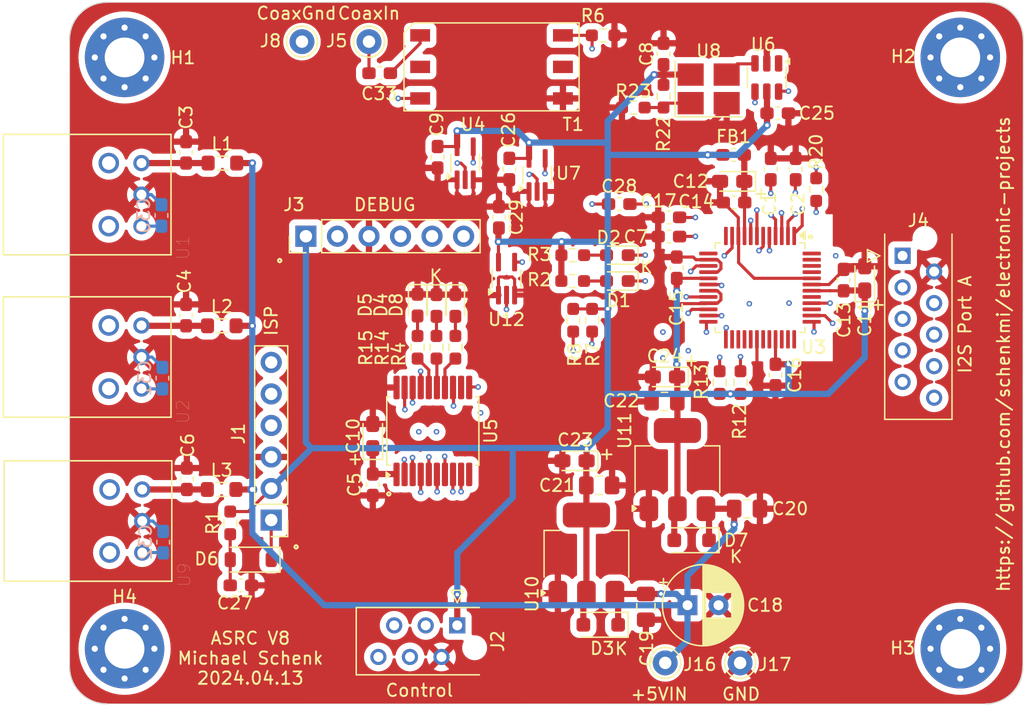
<source format=kicad_pcb>
(kicad_pcb (version 20240108) (generator "pcbnew") (generator_version "8.0")
  (layers (0 "F.Cu" mixed) (1 "In1.Cu" signal) (2 "In2.Cu" signal) (31 "B.Cu" mixed) (34 "B.Paste" user) (35 "F.Paste" user) (36 "B.SilkS" user "B.Silkscreen") (37 "F.SilkS" user "F.Silkscreen") (38 "B.Mask" user) (39 "F.Mask" user) (44 "Edge.Cuts" user))
  (net 0 "")
  (net 1 "Net-(U3A-RX2-)")
  (net 2 "GND")
  (net 3 "+3V3")
  (net 4 "Net-(U3A-RX1-)")
  (net 5 "Net-(U1-VCC)")
  (net 6 "Net-(U2-VCC)")
  (net 7 "Net-(U9-VCC)")
  (net 8 "SCL")
  (net 9 "SDA")
  (net 10 "+1V8")
  (net 11 "Net-(U3A-RX3-)")
  (net 12 "Net-(U3B-VCC)")
  (net 13 "Net-(U3A-RX4-)")
  (net 14 "RESET")
  (net 15 "Net-(D6-A)")
  (net 16 "Net-(U3A-RX4+)")
  (net 17 "BCKA")
  (net 18 "LRCKA")
  (net 19 "SDOUTA")
  (net 20 "MCLK1")
  (net 21 "MCLK3")
  (net 22 "Net-(U1-VOUT)")
  (net 23 "MCLK2")
  (net 24 "Net-(U2-VOUT)")
  (net 25 "Net-(U9-VOUT)")
  (net 26 "RC5")
  (net 27 "Net-(J5-Pin_1)")
  (net 28 "Net-(D1-K)")
  (net 29 "/RA4")
  (net 30 "/RA5")
  (net 31 "Net-(U5-RC1)")
  (net 32 "Net-(U5-RC0)")
  (net 33 "+5V")
  (net 34 "Net-(D1-A)")
  (net 35 "Net-(D2-K)")
  (net 36 "Net-(D2-A)")
  (net 37 "Net-(D4-A)")
  (net 38 "Net-(C28-Pad1)")
  (net 39 "Net-(D5-A)")
  (net 40 "Net-(C33-Pad2)")
  (net 41 "Net-(D6-K)")
  (net 42 "Net-(J1-Pin_5)")
  (net 43 "Net-(J1-Pin_4)")
  (net 45 "RC4{slash}SW")
  (net 46 "RC7{slash}CHB")
  (net 48 "RC6{slash}CHA")
  (net 49 "/RA2")
  (net 50 "Net-(J8-Pin_1)")
  (net 51 "Net-(D8-A)")
  (net 52 "Net-(U3A-CPM)")
  (net 53 "Net-(U3A-*INT)")
  (net 55 "Net-(U3A-MCLK)")
  (net 56 "Net-(U8-Standby)")
  (net 68 "Net-(U3A-RX1+)")
  (net 69 "Net-(U3A-RX2+)")
  (net 72 "Net-(U3A-RX3+)")
  (net 73 "Net-(U6-FIN)")
  (net 79 "Net-(U5-RC2)")
  (footprint "Capacitor_SMD:C_0603_1608Metric_Pad1.08x0.95mm_HandSolder" (layer "F.Cu") (at 165.7096 70.5877 -90)
    (property "Reference" "C1")
    (property "Value" "100nF")
  )
  (footprint "Capacitor_SMD:C_0603_1608Metric_Pad1.08x0.95mm_HandSolder" (layer "F.Cu") (at 118.618 69.2415 -90)
    (property "Reference" "C3")
    (property "Value" "100nF")
  )
  (footprint "Capacitor_SMD:C_0603_1608Metric_Pad1.08x0.95mm_HandSolder" (layer "F.Cu") (at 118.618 82.3479 -90)
    (property "Reference" "C4")
    (property "Value" "100nF")
  )
  (footprint "LED_SMD:LED_0603_1608Metric_Pad1.05x0.95mm_HandSolder" (layer "F.Cu") (at 153.3562 79.6036 180)
    (property "Reference" "D1")
    (property "Value" "LED")
  )
  (footprint "LED_SMD:LED_0603_1608Metric_Pad1.05x0.95mm_HandSolder" (layer "F.Cu") (at 153.3562 77.5208 180)
    (property "Reference" "D2")
    (property "Value" "LED")
  )
  (footprint "Resistor_SMD:R_0603_1608Metric_Pad0.98x0.95mm_HandSolder" (layer "F.Cu") (at 149.7565 79.6036)
    (property "Reference" "R2")
    (property "Value" "330R")
  )
  (footprint "Resistor_SMD:R_0603_1608Metric_Pad0.98x0.95mm_HandSolder" (layer "F.Cu") (at 149.7603 77.5208)
    (property "Reference" "R3")
    (property "Value" "330R")
  )
  (footprint "kicad-snk:PLR135-T10_PLT133-T10W" (layer "F.Cu") (at 112.395 85.725 90)
    (property "Reference" "U2")
    (property "Value" "PLR135-T10")
  )
  (footprint "Capacitor_SMD:C_0603_1608Metric_Pad1.08x0.95mm_HandSolder" (layer "F.Cu") (at 133.6548 96.0109 90)
    (property "Reference" "C5")
    (property "Value" "100nF")
  )
  (footprint "MountingHole:MountingHole_3.2mm_M3_Pad_Via" (layer "F.Cu") (at 113.665 61.595)
    (property "Reference" "H1")
    (property "Value" "MountingHole")
  )
  (footprint "Resistor_SMD:R_0603_1608Metric_Pad0.98x0.95mm_HandSolder" (layer "F.Cu") (at 151.3205 82.764 -90)
    (property "Reference" "R7")
    (property "Value" "4K99")
  )
  (footprint "Resistor_SMD:R_0603_1608Metric_Pad0.98x0.95mm_HandSolder" (layer "F.Cu") (at 149.7965 82.764 -90)
    (property "Reference" "R8")
    (property "Value" "4K99")
  )
  (footprint "Package_SO:SSOP-20_5.3x7.2mm_P0.65mm" (layer "F.Cu") (at 138.4935 91.6795 90)
    (property "Reference" "U5")
    (property "Value" "PIC16F18446-I/SS")
  )
  (footprint "Capacitor_Tantalum_SMD:CP_EIA-2012-12_Kemet-R_Pad1.30x1.05mm_HandSolder" (layer "F.Cu") (at 133.6548 92.0906 90)
    (property "Reference" "C10")
    (property "Value" "10uF")
  )
  (footprint "Capacitor_Tantalum_SMD:CP_EIA-2012-12_Kemet-R_Pad1.30x1.05mm_HandSolder" (layer "F.Cu") (at 173.2788 79.3906 90)
    (property "Reference" "C11")
    (property "Value" "10uF")
  )
  (footprint "Capacitor_Tantalum_SMD:CP_EIA-2012-12_Kemet-R_Pad1.30x1.05mm_HandSolder" (layer "F.Cu") (at 162.601 71.5772 180)
    (property "Reference" "C12")
    (property "Value" "10uF")
  )
  (footprint "Capacitor_SMD:C_0603_1608Metric_Pad1.08x0.95mm_HandSolder" (layer "F.Cu") (at 171.577 79.5285 -90)
    (property "Reference" "C13")
    (property "Value" "100nF")
  )
  (footprint "Capacitor_SMD:C_0603_1608Metric_Pad1.08x0.95mm_HandSolder" (layer "F.Cu") (at 158.1404 78.5357 -90)
    (property "Reference" "C15")
    (property "Value" "100nF")
  )
  (footprint "Connector_PinHeader_2.54mm:PinHeader_1x06_P2.54mm_Vertical" (layer "F.Cu") (at 125.476 98.8568 180)
    (property "Reference" "J1")
    (property "Value" "Conn_01x06_Male")
  )
  (footprint "Resistor_SMD:R_0603_1608Metric_Pad0.98x0.95mm_HandSolder" (layer "F.Cu") (at 163.2712 87.7805 -90)
    (property "Reference" "R12")
    (property "Value" "1k")
  )
  (footprint "Resistor_SMD:R_0603_1608Metric_Pad0.98x0.95mm_HandSolder" (layer "F.Cu") (at 161.5948 87.7805 -90)
    (property "Reference" "R13")
    (property "Value" "4k99")
  )
  (footprint "Crystal:Crystal_SMD_3225-4Pin_3.2x2.5mm_HandSoldering" (layer "F.Cu") (at 160.708 64.128)
    (property "Reference" "U8")
    (property "Value" "24.576MHz")
  )
  (footprint "Capacitor_SMD:C_0603_1608Metric_Pad1.08x0.95mm_HandSolder" (layer "F.Cu") (at 157.0736 61.3167 90)
    (property "Reference" "C8")
    (property "Value" "100nF")
  )
  (footprint "Resistor_SMD:R_0603_1608Metric_Pad0.98x0.95mm_HandSolder" (layer "F.Cu") (at 169.3672 72.2395 -90)
    (property "Reference" "R20")
    (property "Value" "33R")
  )
  (footprint "Resistor_SMD:R_0603_1608Metric_Pad0.98x0.95mm_HandSolder" (layer "F.Cu") (at 157.0736 64.7173 90)
    (property "Reference" "R22")
    (property "Value" "4K99")
  )
  (footprint "Resistor_SMD:R_0603_1608Metric_Pad0.98x0.95mm_HandSolder" (layer "F.Cu") (at 154.6371 65.6336)
    (property "Reference" "R23")
    (property "Value" "NC")
  )
  (footprint "Capacitor_THT:CP_Radial_D6.3mm_P2.50mm" (layer "F.Cu") (at 159.004 105.7148)
    (property "Reference" "C18")
    (property "Value" "220uF/10V")
  )
  (footprint "Capacitor_SMD:C_0805_2012Metric_Pad1.18x1.45mm_HandSolder" (layer "F.Cu") (at 155.6512 105.8457 -90)
    (property "Reference" "C19")
    (property "Value" "330nF")
  )
  (footprint "Capacitor_SMD:C_0805_2012Metric_Pad1.18x1.45mm_HandSolder" (layer "F.Cu") (at 163.8007 97.9424)
    (property "Reference" "C20")
    (property "Value" "330nF")
  )
  (footprint "Connector_Pin:Pin_D1.0mm_L10.0mm" (layer "F.Cu") (at 157.208996 110.361782)
    (property "Reference" "J16")
    (property "Value" "+5VIN")
  )
  (footprint "Package_TO_SOT_SMD:SOT-223-3_TabPin2" (layer "F.Cu") (at 158.1912 94.7924 90)
    (property "Reference" "U11")
    (property "Value" "TLV1117-18")
  )
  (footprint "Capacitor_SMD:C_0805_2012Metric_Pad1.18x1.45mm_HandSolder" (layer "F.Cu") (at 151.892 96.0628)
    (property "Reference" "C21")
    (property "Value" "100nF")
  )
  (footprint "Capacitor_SMD:C_0805_2012Metric_Pad1.18x1.45mm_HandSolder" (layer "F.Cu") (at 157.1459 89.3064 180)
    (property "Reference" "C22")
    (property "Value" "100nF")
  )
  (footprint "Capacitor_Tantalum_SMD:CP_EIA-2012-12_Kemet-R_Pad1.30x1.05mm_HandSolder" (layer "F.Cu") (at 149.901 94.0816 180)
    (property "Reference" "C23")
    (property "Value" "10uF")
  )
  (footprint "Capacitor_Tantalum_SMD:CP_EIA-2012-12_Kemet-R_Pad1.30x1.05mm_HandSolder" (layer "F.Cu") (at 157.185 87.3252 180)
    (property "Reference" "C24")
    (property "Value" "10uF/6.3V")
  )
  (footprint "Capacitor_SMD:C_0603_1608Metric_Pad1.08x0.95mm_HandSolder" (layer "F.Cu") (at 166.0906 87.1717 90)
    (property "Reference" "C16")
    (property "Value" "100nF")
  )
  (footprint "Package_QFP:TQFP-48_7x7mm_P0.5mm" (layer "F.Cu") (at 164.846 80.137 -90)
    (property "Reference" "U3")
    (property "Value" "SRC4382/SRC4392")
  )
  (footprint "Capacitor_SMD:C_0603_1608Metric_Pad1.08x0.95mm_HandSolder" (layer "F.Cu") (at 167.7162 70.5877 90)
    (property "Reference" "C2")
    (property "Value" "100nF")
  )
  (footprint "kicad-snk:PLR135-T10_PLT133-T10W" (layer "F.Cu") (at 112.395 72.644 90)
    (property "Reference" "U1")
    (property "Value" "PLR135-T10")
  )
  (footprint "MountingHole:MountingHole_3.2mm_M3_Pad_Via" (layer "F.Cu") (at 180.975 109.22)
    (property "Reference" "H3")
    (property "Value" "MountingHole")
  )
  (footprint "MountingHole:MountingHole_3.2mm_M3_Pad_Via" (layer "F.Cu") (at 180.975 61.595)
    (property "Reference" "H2")
    (property "Value" "MountingHole")
  )
  (footprint "Capacitor_SMD:C_0603_1608Metric_Pad1.08x0.95mm_HandSolder" (layer "F.Cu") (at 162.7505 73.279)
    (property "Reference" "C14")
    (property "Value" "100nF")
  )
  (footprint "Capacitor_SMD:C_0603_1608Metric_Pad1.08x0.95mm_HandSolder" (layer "F.Cu") (at 166.2684 66.0908 180)
    (property "Reference" "C25")
    (property "Value" "100nF")
  )
  (footprint "Package_TO_SOT_SMD:SOT-23-6" (layer "F.Cu") (at 165.3896 63.2128 -90)
    (property "Reference" "U6")
    (property "Value" "PL133-37TI-R")
  )
  (footprint "Capacitor_SMD:C_0603_1608Metric_Pad1.08x0.95mm_HandSolder" (layer "F.Cu") (at 138.8745 69.633 -90)
    (property "Reference" "C9")
    (property "Value" "100nF")
  )
  (footprint "Capacitor_SMD:C_0603_1608Metric_Pad1.08x0.95mm_HandSolder" (layer "F.Cu") (at 144.653 70.5855 -90)
    (property "Reference" "C26")
    (property "Value" "100nF")
  )
  (footprint "Package_TO_SOT_SMD:SOT-353_SC-70-5_Handsoldering" (layer "F.Cu") (at 141.097 70.1202 90)
    (property "Reference" "U4")
    (property "Value" "74LVC1G125")
  )
  (footprint "Package_TO_SOT_SMD:SOT-353_SC-70-5_Handsoldering" (layer "F.Cu") (at 146.8905 71.06 90)
    (property "Reference" "U7")
    (property "Value" "74LVC1G125")
  )
  (footprint "LED_SMD:LED_0603_1608Metric_Pad1.05x0.95mm_HandSolder" (layer "F.Cu") (at 138.7856 81.5734 -90)
    (property "Reference" "D4")
    (property "Value" "LED")
  )
  (footprint "LED_SMD:LED_0603_1608Metric_Pad1.05x0.95mm_HandSolder" (layer "F.Cu") (at 137.2616 81.5454 -90)
    (property "Reference" "D5")
    (property "Value" "LED")
  )
  (footprint "Resistor_SMD:R_0603_1608Metric_Pad0.98x0.95mm_HandSolder" (layer "F.Cu") (at 138.7856 84.9395 -90)
    (property "Reference" "R14")
    (property "Value" "330R")
  )
  (footprint "Resistor_SMD:R_0603_1608Metric_Pad0.98x0.95mm_HandSolder" (layer "F.Cu") (at 137.2616 84.9395 -90)
    (property "Reference" "R15")
    (property "Value" "330R")
  )
  (footprint "Capacitor_SMD:C_0603_1608Metric_Pad1.08x0.95mm_HandSolder" (layer "F.Cu") (at 162.7135 69.4436)
    (property "Reference" "FB1")
    (property "Value" "1k@100MHz")
  )
  (footprint "Inductor_SMD:L_0805_2012Metric_Pad1.05x1.20mm_HandSolder" (layer "F.Cu") (at 121.546 70.104)
    (property "Reference" "L1")
    (property "Value" "47uH")
  )
  (footprint "Inductor_SMD:L_0805_2012Metric_Pad1.05x1.20mm_HandSolder" (layer "F.Cu") (at 121.4952 83.2104)
    (property "Reference" "L2")
    (property "Value" "47uH")
  )
  (footprint "Capacitor_SMD:C_0603_1608Metric_Pad1.08x0.95mm_HandSolder" (layer "F.Cu") (at 123.0365 104.1146)
    (property "Reference" "C27")
    (property "Value" "10nF")
  )
  (footprint "Diode_SMD:D_SOD-123" (layer "F.Cu") (at 123.826 102.0445 180)
    (property "Reference" "D6")
    (property "Value" "1N4148W")
  )
  (footprint "Package_TO_SOT_SMD:SOT-223-3_TabPin2" (layer "F.Cu") (at 150.862 101.5996 90)
    (property "Reference" "U10")
    (property "Value" "TLV1117-33")
  )
  (footprint "Capacitor_SMD:C_0603_1608Metric_Pad1.08x0.95mm_HandSolder" (layer "F.Cu") (at 157.5043 76.0222)
    (property "Reference" "C7")
    (property "Value" "100nF")
  )
  (footprint "Capacitor_SMD:C_0603_1608Metric_Pad1.08x0.95mm_HandSolder" (layer "F.Cu") (at 157.5065 74.4728)
    (property "Reference" "C17")
    (property "Value" "100nF")
  )
  (footprint "Capacitor_SMD:C_0603_1608Metric_Pad1.08x0.95mm_HandSolder" (layer "F.Cu") (at 153.506 73.406)
    (property "Reference" "C28")
    (property "Value" "100nF")
  )
  (footprint "Connector_Pin:Pin_D1.0mm_L10.0mm" (layer "F.Cu") (at 133.35 60.325)
    (property "Reference" "J5")
    (property "Value" "COAXIN")
  )
  (footprint "Connector_Pin:Pin_D1.0mm_L10.0mm" (layer "F.Cu") (at 127.9525 60.325)
    (property "Reference" "J8")
    (property "Value" "COAXGND")
  )
  (footprint "Resistor_SMD:R_0603_1608Metric_Pad0.98x0.95mm_HandSolder" (layer "F.Cu") (at 152.2095 59.817 180)
    (property "Reference" "R6")
    (property "Value" "75R")
  )
  (footprint "Capacitor_SMD:C_0603_1608Metric_Pad1.08x0.95mm_HandSolder" (layer "F.Cu") (at 118.6815 95.5305 -90)
    (property "Reference" "C6")
    (property "Value" "100nF")
  )
  (footprint "Capacitor_SMD:C_0603_1608Metric_Pad1.08x0.95mm_HandSolder" (layer "F.Cu") (at 143.8148 74.4739 90)
    (property "Reference" "C29")
    (property "Value" "100nF")
  )
  (footprint "Inductor_SMD:L_0805_2012Metric_Pad1.05x1.20mm_HandSolder" (layer "F.Cu") (at 121.4825 96.393)
    (property "Reference" "L3")
    (property "Value" "47uH")
  )
  (footprint "kicad-snk:PLR135-T10_PLT133-T10W" (layer "F.Cu") (at 112.4585 98.933 90)
    (property "Reference" "U9")
    (property "Value" "PLR135-T10")
  )
  (footprint "Package_TO_SOT_SMD:SOT-353_SC-70-5_Handsoldering" (layer "F.Cu") (at 144.428001 79.4096 90)
    (property "Reference" "U12")
    (property "Value" "74LVC1G125")
  )
  (footprint "Resistor_SMD:R_0603_1608Metric_Pad0.98x0.95mm_HandSolder" (layer "F.Cu") (at 122.174 99.0835 -90)
    (property "Reference" "R1")
    (property "Value" "4k99")
  )
  (footprint "Connector_Pin:Pin_D1.0mm_L10.0mm" (layer "F.Cu") (at 163.241496 110.361782)
    (property "Reference" "J17")
    (property "Value" "GND")
  )
  (footprint "MountingHole:MountingHole_3.2mm_M3_Pad_Via" (layer "F.Cu") (at 113.665 109.22)
    (property "Reference" "H4")
    (property "Value" "MountingHole")
  )
  (footprint "kicad-snk:DA100J" (layer "F.Cu") (at 143.221 62.357 -90)
    (property "Reference" "T1")
    (property "Value" "Murata_DA103")
  )
  (footprint "Capacitor_SMD:C_0603_1608Metric_Pad1.08x0.95mm_HandSolder" (layer "F.Cu") (at 134.2125 62.865)
    (property "Reference" "C33")
    (property "Value" "100nF")
  )
  (footprint "LED_SMD:LED_0603_1608Metric_Pad1.05x0.95mm_HandSolder" (layer "F.Cu") (at 140.3096 81.5734 -90)
    (property "Reference" "D8")
    (property "Value" "LED")
  )
  (footprint "Diode_SMD:D_SOD-123F" (layer "F.Cu") (at 159.3372 100.4824 180)
    (property "Reference" "D7")
    (property "Value" "SM4002PL-TP")
  )
  (footprint "Connector_TE-Connectivity:TE_Micro-MaTch_1-215079-0_2x05_P1.27mm_Vertical" (layer "F.Cu") (at 176.3268 77.5716)
    (property "Reference" "J4")
    (property "Value" "TE MicroMatch")
  )
  (footprint "Connector_PinHeader_2.54mm:PinHeader_1x06_P2.54mm_Vertical" (layer "F.Cu") (at 128.27 75.9968 90)
    (property "Reference" "J3")
    (property "Value" "Conn_01x06_Male")
  )
  (footprint "Connector_TE-Connectivity:TE_Micro-MaTch_215079-6_2x03_P1.27mm_Vertical" (layer "F.Cu") (at 140.458476 107.3404 -90)
    (property "Reference" "J2")
    (property "Value" "TE MicroMatch")
  )
  (footprint "Resistor_SMD:R_0603_1608Metric_Pad0.98x0.95mm_HandSolder" (layer "F.Cu") (at 140.3096 84.9395 -90)
    (property "Reference" "R4")
    (property "Value" "330R")
  )
  (footprint "Diode_SMD:D_SOD-123F" (layer "F.Cu") (at 152.016 107.2896 180)
    (property "Reference" "D3")
    (property "Value" "SM4002PL-TP")
  )
  (footprint "Capacitor_SMD:C_0603_1608Metric_Pad1.08x0.95mm_HandSolder" (layer "B.Cu") (at 116.6368 74.3215 -90)
    (property "Reference" "C30")
    (property "Value" "30pF")
  )
  (footprint "Capacitor_SMD:C_0603_1608Metric_Pad1.08x0.95mm_HandSolder" (layer "B.Cu") (at 116.713 87.4279 -90)
    (property "Reference" "C31")
    (property "Value" "30pF")
  )
  (footprint "Capacitor_SMD:C_0603_1608Metric_Pad1.08x0.95mm_HandSolder" (layer "B.Cu") (at 116.7765 100.6359 -90)
    (property "Reference" "C32")
    (property "Value" "30pF")
  )
  (gr_line (start 109.23033 110.65467) (end 109.230326 60.160326) (stroke (width 0.05)) (layer "Edge.Cuts"))
  (gr_line (start 183.007 113.665) (end 112.23033 113.65467) (stroke (width 0.05)) (layer "Edge.Cuts"))
  (gr_line (start 186.04468 60.16032) (end 186.007 110.665) (stroke (width 0.05)) (layer "Edge.Cuts"))
  (gr_line (start 112.230326 57.160326) (end 183.04468 57.16032) (stroke (width 0.05)) (layer "Edge.Cuts"))
  (gr_arc (start 183.04468 57.16032) (mid 185.166006 58.038994) (end 186.04468 60.16032) (stroke (width 0.1)) (layer "Edge.Cuts"))
  (gr_arc (start 186.007 110.665) (mid 185.128326 112.786326) (end 183.007 113.665) (stroke (width 0.1)) (layer "Edge.Cuts"))
  (gr_arc (start 112.23033 113.65467) (mid 110.109004 112.775996) (end 109.23033 110.65467) (stroke (width 0.1)) (layer "Edge.Cuts"))
  (gr_arc (start 109.230326 60.160326) (mid 110.109 58.039) (end 112.230326 57.160326) (stroke (width 0.1)) (layer "Edge.Cuts"))
  (gr_text "I2S Port A" (at 181.356 83.1088 90) (layer "F.SilkS") (effects (font (size 1 1))))
  (gr_text "°" (at 168.91 76.454 0) (layer "F.SilkS") (effects (font (size 1 1))))
  (gr_text "K" (at 155.702 78.486 0) (layer "F.SilkS") (effects (font (size 1 1))))
  (gr_text "K" (at 138.7348 79.1972 0) (layer "F.SilkS") (effects (font (size 1 1))))
  (gr_text "Control" (at 137.414 112.5728 0) (layer "F.SilkS") (effects (font (size 1 1))))
  (gr_text "CoaxGnd" (at 127.508 58.039 0) (layer "F.SilkS") (effects (font (size 1 1))))
  (gr_text "CoaxIn" (at 133.35 58.039 0) (layer "F.SilkS") (effects (font (size 1 1))))
  (gr_text "+5VIN" (at 156.718 112.876572 0) (layer "F.SilkS") (effects (font (size 1 1))))
  (gr_text "ISP" (at 125.476 82.804 90) (layer "F.SilkS") (effects (font (size 1 1))))
  (gr_text "°" (at 134.4676 97.7392 0) (layer "F.SilkS") (effects (font (size 1 1)) (justify left bottom)))
  (gr_text "ASRC V8\nMichael Schenk\n2024.04.13" (at 123.7996 109.982 0) (layer "F.SilkS") (effects (font (size 1 1))))
  (gr_text "https://github.com/schenkmi/electronic-projects" (at 184.4548 85.4964 90) (layer "F.SilkS") (effects (font (size 1 1))))
  (gr_text "DEBUG" (at 134.62 73.4568 0) (layer "F.SilkS") (effects (font (size 1 1))))
  (gr_text "°" (at 127 102.0064 0) (layer "F.SilkS") (effects (font (size 1 1)) (justify left bottom)))
  (gr_text "+" (at 158.5976 86.5632 0) (layer "F.SilkS") (effects (font (size 1 1)) (justify left bottom)))
  (gr_text "+" (at 164.1856 73.1012 0) (layer "F.SilkS") (effects (font (size 1 1)) (justify left bottom)))
  (gr_text "K" (at 162.9156 101.8032 0) (layer "F.SilkS") (effects (font (size 1 1))))
  (gr_text "+" (at 173.6344 82.042 0) (layer "F.SilkS") (effects (font (size 1 1)) (justify left bottom)))
  (gr_text "K" (at 153.67 109.22 0) (layer "F.SilkS") (effects (font (size 1 1))))
  (gr_text "+" (at 131.5212 94.488 0) (layer "F.SilkS") (effects (font (size 1 1)) (justify left bottom)))
  (gr_text "GND" (at 163.322 112.876572 0) (layer "F.SilkS") (effects (font (size 1 1))))
  (gr_text "+" (at 151.786 94.0816 0) (layer "F.SilkS") (effects (font (size 1 1)) (justify left bottom)))
  (gr_text "°" (at 125.6792 78.9432 0) (layer "F.SilkS") (effects (font (size 1 1)) (justify left bottom)))
  (segment (start 166.096 75.787) (end 166.096 74.656) (width 0.25) (layer "F.Cu") (net 1))
  (segment (start 165.7096 72.5424) (end 165.7096 71.4502) (width 0.25) (layer "F.Cu") (net 1))
  (segment (start 166.096 74.656) (end 165.735 74.295) (width 0.25) (layer "F.Cu") (net 1))
  (via (at 165.735 74.295) (size 0.45) (drill 0.225) (layers "F.Cu" "B.Cu") (net 1))
  (via (at 165.7096 72.5424) (size 0.45) (drill 0.225) (layers "F.Cu" "B.Cu") (net 1))
  (segment (start 145.078001 79.466999) (end 144.888002 79.277) (width 0.25) (layer "F.Cu") (net 2))
  (segment (start 162.158 65.68) (end 159.8168 68.0212) (width 0.5) (layer "F.Cu") (net 2))
  (segment (start 160.6835 78.887) (end 161.420999 78.887) (width 0.25) (layer "F.Cu") (net 2))
  (segment (start 165.3896 59.5528) (end 165.4048 59.5376) (width 0.5) (layer "F.Cu") (net 2))
  (segment (start 161.888 73.279) (end 160.3502 73.279) (width 0.5) (layer "F.Cu") (net 2))
  (segment (start 161.696 78.164946) (end 161.418054 77.887) (width 0.25) (layer "F.Cu") (net 2))
  (segment (start 142.4756 80.7396) (end 142.4432 80.772) (width 0.5) (layer "F.Cu") (net 2))
  (segment (start 173.2788 78.4156) (end 173.2788 76.454) (width 0.5) (layer "F.Cu") (net 2))
  (segment (start 161.626 73.017) (end 161.888 73.279) (width 0.5) (layer "F.Cu") (net 2))
  (segment (start 140.447 71.4502) (end 140.447 72.4502) (width 0.25) (layer "F.Cu") (net 2))
  (segment (start 156.9124 81.4236) (end 156.8704 81.3816) (width 0.25) (layer "F.Cu") (net 2))
  (segment (start 161.418054 77.887) (end 160.6835 77.887) (width 0.25) (layer "F.Cu") (net 2))
  (segment (start 147.5405 72.39) (end 147.5405 74.0491) (width 0.25) (layer "F.Cu") (net 2))
  (segment (start 173.2788 76.454) (end 172.72 75.8952) (width 0.5) (layer "F.Cu") (net 2))
  (segment (start 160.4594 81.4236) (end 156.9124 81.4236) (width 0.25) (layer "F.Cu") (net 2))
  (segment (start 145.089802 80.3402) (end 145.078001 80.352001) (width 0.25) (layer "F.Cu") (net 2))
  (segment (start 159.470199 77.6732) (end 158.1404 77.6732) (width 0.25) (layer "F.Cu") (net 2))
  (segment (start 170.400802 79.887) (end 171.577 78.710802) (width 0.25) (layer "F.Cu") (net 2))
  (segment (start 161.696 81.111999) (end 161.696 80.664946) (width 0.25) (layer "F.Cu") (net 2))
  (segment (start 140.447 72.4502) (end 141.1488 73.152) (width 0.25) (layer "F.Cu") (net 2))
  (segment (start 141.1488 73.152) (end 141.7574 73.152) (width 0.25) (layer "F.Cu") (net 2))
  (segment (start 146.2405 72.39) (end 146.2405 73.39) (width 0.25) (layer "F.Cu") (net 2))
  (segment (start 173.2788 78.4156) (end 171.8274 78.4156) (width 0.5) (layer "F.Cu") (net 2))
  (segment (start 163.1188 75.8098) (end 163.096 75.787) (width 0.25) (layer "F.Cu") (net 2))
  (segment (start 141.747 73.1416) (end 141.7574 73.152) (width 0.25) (layer "F.Cu") (net 2))
  (segment (start 160.496 81.387) (end 160.484399 81.398601) (width 0.25) (layer "F.Cu") (net 2))
  (segment (start 165.3896 62.1128) (end 165.3896 59.5528) (width 0.5) (layer "F.Cu") (net 2))
  (segment (start 159.683999 77.887) (end 159.470199 77.6732) (width 0.25) (layer "F.Cu") (net 2))
  (segment (start 164.596 87.372) (end 164.5666 87.4014) (width 0.25) (layer "F.Cu") (net 2))
  (segment (start 164.3754 79.387) (end 163.1188 78.1304) (width 0.25) (layer "F.Cu") (net 2))
  (segment (start 160.496 81.387) (end 160.4594 81.4236) (width 0.25) (layer "F.Cu") (net 2))
  (segment (start 159.512 71.5772) (end 159.2072 71.2724) (width 0.5) (layer "F.Cu") (net 2))
  (segment (start 146.2405 73.39) (end 146.9042 74.0537) (width 0.25) (layer "F.Cu") (net 2))
  (segment (start 171.577 78.710802) (end 171.577 78.666) (width 0.25) (layer "F.Cu") (net 2))
  (segment (start 161.626 71.5772) (end 159.512 71.5772) (width 0.5) (layer "F.Cu") (net 2))
  (segment (start 147.5405 74.0491) (end 147.5359 74.0537) (width 0.25) (layer "F.Cu") (net 2))
  (segment (start 161.418054 80.387) (end 160.6835 80.387) (width 0.25) (layer "F.Cu") (net 2))
  (segment (start 160.496 81.387) (end 160.466232 81.416768) (width 0.25) (layer "F.Cu") (net 2))
  (segment (start 160.6835 77.887) (end 159.683999 77.887) (width 0.25) (layer "F.Cu") (net 2))
  (segment (start 161.420999 81.387) (end 161.696 81.111999) (width 0.25) (layer "F.Cu") (net 2))
  (segment (start 169.196 79.887) (end 170.400802 79.887) (width 0.25) (layer "F.Cu") (net 2))
  (segment (start 143.853002 79.277) (end 143.778001 79.352001) (width 0.25) (layer "F.Cu") (net 2))
  (segment (start 158.3542 77.887) (end 158.1404 77.6732) (width 0.25) (layer "F.Cu") (net 2))
  (segment (start 161.1938 78.887) (end 161.356002 78.887) (width 0.25) (layer "F.Cu") (net 2))
  (segment (start 163.096 75.787) (end 163.096 74.487) (width 0.25) (layer "F.Cu") (net 2))
  (segment (start 146.9042 74.0537) (end 147.5359 74.0537) (width 0.25) (layer "F.Cu") (net 2))
  (segment (start 143.778001 80.7396) (end 142.4756 80.7396) (width 0.5) (layer "F.Cu") (net 2))
  (segment (start 144.888002 79.277) (end 143.853002 79.277) (width 0.25) (layer "F.Cu") (net 2))
  (segment (start 143.778001 79.352001) (end 143.778001 80.352001) (width 0.25) (layer "F.Cu") (net 2))
  (segment (start 160.3502 73.279) (end 159.6644 72.5932) (width 0.5) (layer "F.Cu") (net 2))
  (segment (start 169.196 79.387) (end 164.3754 79.387) (width 0.25) (layer "F.Cu") (net 2))
  (segment (start 171.8274 78.4156) (end 171.577 78.666) (width 0.5) (layer "F.Cu") (net 2))
  (segment (start 161.696 78.611999) (end 161.696 78.164946) (width 0.25) (layer "F.Cu") (net 2))
  (segment (start 163.096 74.487) (end 161.888 73.279) (width 0.25) (layer "F.Cu") (net 2))
  (segment (start 161.696 80.664946) (end 161.418054 80.387) (width 0.25) (layer "F.Cu") (net 2))
  (segment (start 162.158 65.278) (end 162.158 65.68) (width 0.5) (layer "F.Cu") (net 2))
  (segment (start 163.1188 78.1304) (end 163.1188 75.8098) (width 0.25) (layer "F.Cu") (net 2))
  (segment (start 146.685 80.3402) (end 145.089802 80.3402) (width 0.25) (layer "F.Cu") (net 2))
  (segment (start 164.596 84.487) (end 164.596 87.372) (width 0.25) (layer "F.Cu") (net 2))
  (segment (start 160.6835 81.387) (end 161.420999 81.387) (width 0.25) (layer "F.Cu") (net 2))
  (segment (start 161.626 71.5772) (end 161.626 73.017) (width 0.5) (layer "F.Cu") (net 2))
  (segment (start 141.747 71.4502) (end 141.747 73.1416) (width 0.25) (layer "F.Cu") (net 2))
  (segment (start 145.078001 80.352001) (end 145.078001 79.466999) (width 0.25) (layer "F.Cu") (net 2))
  (segment (start 161.420999 78.887) (end 161.696 78.611999) (width 0.25) (layer "F.Cu") (net 2))
  (segment (start 115.025 85.725) (end 115.8726 85.725) (width 0.25) (layer "B.Cu") (net 2))
  (segment (start 115.8726 85.725) (end 116.713 86.5654) (width 0.25) (layer "B.Cu") (net 2))
  (segment (start 115.9361 98.933) (end 116.7765 99.7734) (width 0.25) (layer "B.Cu") (net 2))
  (segment (start 115.8218 72.644) (end 116.6368 73.459) (width 0.25) (layer "B.Cu") (net 2))
  (segment (start 115.0885 98.933) (end 115.9361 98.933) (width 0.25) (layer "B.Cu") (net 2))
  (segment (start 115.025 72.644) (end 115.8218 72.644) (width 0.25) (layer "B.Cu") (net 2))
  (segment (start 170.5015 80.387) (end 170.5142 80.387) (width 0.25) (layer "F.Cu") (net 3))
  (segment (start 170.5142 80.387) (end 171.573 80.387) (width 0.25) (layer "F.Cu") (net 3))
  (segment (start 165.4059 66.0908) (end 165.4059 64.3666) (width 0.5) (layer "F.Cu") (net 3))
  (segment (start 148.8478 76.4502) (end 148.858001 76.439999) (width 0.5) (layer "F.Cu") (net 3))
  (segment (start 151.3205 81.8515) (end 152.5675 81.8515) (width 0.25) (layer "F.Cu") (net 3))
  (segment (start 157.0736 62.992) (end 157.0736 63.8048) (width 0.5) (layer "F.Cu") (net 3))
  (segment (start 123.6218 98.171) (end 122.174 98.171) (width 0.25) (layer "F.Cu") (net 3))
  (segment (start 140.447 67.5155) (end 140.447 68.7902) (width 0.5) (layer "F.Cu") (net 3))
  (segment (start 146.2405 68.453) (end 146.2405 69.73) (width 0.5) (layer "F.Cu") (net 3))
  (segment (start 133.6548 95.1484) (end 135.4874 95.1484) (width 0.5) (layer "F.Cu") (net 3))
  (segment (start 171.6024 80.3656) (end 171.577 80.391) (width 0.5) (layer "F.Cu") (net 3))
  (segment (start 150.862 96.0703) (end 150.8545 96.0628) (width 0.5) (layer "F.Cu") (net 3))
  (segment (start 150.616 107.2896) (end 150.616 104.9956) (width 0.5) (layer "F.Cu") (net 3))
  (segment (start 157.0736 62.992) (end 156.3116 62.992) (width 0.5) (layer "F.Cu") (net 3))
  (segment (start 150.876 94.0816) (end 150.876 93.1164) (width 0.5) (layer "F.Cu") (net 3))
  (segment (start 134.6708 93.0656) (end 133.6548 93.0656) (width 0.5) (layer "F.Cu") (net 3))
  (segment (start 148.844 77.5246) (end 148.8478 77.5208) (width 0.5) (layer "F.Cu") (net 3))
  (segment (start 133.6548 95.1484) (end 133.6548 93.0656) (width 0.5) (layer "F.Cu") (net 3))
  (segment (start 140.4273 68.7705) (end 140.447 68.7902) (width 0.25) (layer "F.Cu") (net 3))
  (segment (start 157.0736 62.1792) (end 157.0736 62.992) (width 0.5) (layer "F.Cu") (net 3))
  (segment (start 143.778001 77.692001) (end 143.778001 76.439999) (width 0.25) (layer "F.Cu") (net 3))
  (segment (start 166.0906 86.3092) (end 166.0906 84.4924) (width 0.25) (layer "F.Cu") (net 3))
  (segment (start 149.7965 81.8515) (end 151.3205 81.8515) (width 0.25) (layer "F.Cu") (net 3))
  (segment (start 166.0906 84.4924) (end 166.096 84.487) (width 0.25) (layer "F.Cu") (net 3))
  (segment (start 166.0906 86.3092) (end 167.132 86.3092) (width 0.5) (layer "F.Cu") (net 3))
  (segment (start 140.44 68.7832) (end 140.447 68.7902) (width 0.25) (layer "F.Cu") (net 3))
  (segment (start 162.4622 88.693) (end 162.4584 88.6968) (width 0.5) (layer "F.Cu") (net 3))
  (segment (start 150.862 98.4496) (end 150.862 96.0703) (width 0.5) (layer "F.Cu") (net 3))
  (segment (start 150.8545 94.1031) (end 150.876 94.0816) (width 0.5) (layer "F.Cu") (net 3))
  (segment (start 171.573 80.387) (end 171.577 80.391) (width 0.25) (layer "F.Cu") (net 3))
  (segment (start 161.851 69.4436) (end 160.6296 69.4436) (width 0.5) (layer "F.Cu") (net 3))
  (segment (start 150.8545 96.0628) (end 150.8545 94.1031) (width 0.5) (layer "F.Cu") (net 3))
  (segment (start 150.862 104.7496) (end 150.862 98.4496) (width 0.5) (layer "F.Cu") (net 3))
  (segment (start 135.4874 95.1484) (end 135.5185 95.1795) (width 0.5) (layer "F.Cu") (net 3))
  (segment (start 150.616 104.9956) (end 150.862 104.7496) (width 0.5) (layer "F.Cu") (net 3))
  (segment (start 157.0876 62.978) (end 157.0736 62.992) (width 0.5) (layer "F.Cu") (net 3))
  (segment (start 165.4059 64.3666) (end 165.3896 64.3503) (width 0.5) (layer "F.Cu") (net 3))
  (segment (start 173.2788 80.3656) (end 171.6024 80.3656) (width 0.5) (layer "F.Cu") (net 3))
  (segment (start 169.196 80.387) (end 170.5015 80.387) (width 0.25) (layer "F.Cu") (net 3))
  (segment (start 143.778001 75.373199) (end 143.8148 75.3364) (width 0.5) (layer "F.Cu") (net 3))
  (segment (start 159.258 62.978) (end 157.0876 62.978) (width 0.5) (layer "F.Cu") (net 3))
  (segment (start 173.2788 82.0066) (end 173.2788 80.3656) (width 0.5) (layer "F.Cu") (net 3))
  (segment (start 165.4059 66.0908) (end 165.4059 67.0549) (width 0.5) (layer "F.Cu") (net 3))
  (segment (start 162.4546 88.693) (end 161.5948 88.693) (width 0.5) (layer "F.Cu") (net 3))
  (segment (start 148.844 79.6036) (end 148.844 77.5246) (width 0.5) (layer "F.Cu") (net 3))
  (segment (start 140.458476 104.854724) (end 140.462 104.8512) (width 0.5) (layer "F.Cu") (net 3))
  (segment (start 165.4059 67.0549) (end 165.4048 67.056) (width 0.5) (layer "F.Cu") (net 3))
  (segment (start 138.8745 68.7705) (end 140.4273 68.7705) (width 0.25) (layer "F.Cu") (net 3))
  (segment (start 162.4584 88.6968) (end 162.4546 88.693) (width 0.5) (layer "F.Cu") (net 3))
  (segment (start 125.476 96.3168) (end 123.6218 98.171) (width 0.25) (layer "F.Cu") (net 3))
  (segment (start 163.2712 88.693) (end 162.4622 88.693) (width 0.5) (layer "F.Cu") (net 3))
  (segment (start 152.5675 81.8515) (end 152.579 81.84) (width 0.25) (layer "F.Cu") (net 3))
  (segment (start 144.66 69.73) (end 144.653 69.723) (width 0.25) (layer "F.Cu") (net 3))
  (segment (start 140.458476 107.3404) (end 140.458476 104.854724) (width 0.5) (layer "F.Cu") (net 3))
  (segment (start 146.2405 69.73) (end 144.66 69.73) (width 0.25) (layer "F.Cu") (net 3))
  (segment (start 143.778001 76.439999) (end 143.778001 75.373199) (width 0.5) (layer "F.Cu") (net 3))
  (segment (start 148.8478 77.5208) (end 148.8478 76.4502) (width 0.5) (layer "F.Cu") (net 3))
  (via (at 173.2788 82.0066) (size 0.6) (drill 0.3) (layers "F.Cu" "B.Cu") (net 3))
  (via (at 134.6708 93.0656) (size 0.6) (drill 0.3) (layers "F.Cu" "B.Cu") (net 3))
  (via (at 156.3116 62.992) (size 0.6) (drill 0.3) (layers "F.Cu" "B.Cu") (net 3))
  (via (at 152.579 81.84) (size 0.6) (drill 0.3) (layers "F.Cu" "B.Cu") (net 3))
  (via (at 150.876 93.1164) (size 0.6) (drill 0.3) (layers "F.Cu" "B.Cu") (net 3))
  (via (at 146.2405 68.453) (size 0.6) (drill 0.3) (layers "F.Cu" "B.Cu") (net 3))
  (via (at 167.132 86.3092) (size 0.6) (drill 0.3) (layers "F.Cu" "B.Cu") (net 3))
  (via (at 160.6296 69.4436) (size 0.6) (drill 0.3) (layers "F.Cu" "B.Cu") (net 3))
  (via (at 140.447 67.5155) (size 0.6) (drill 0.3) (layers "F.Cu" "B.Cu") (net 3))
  (via (at 165.4048 67.056) (size 0.6) (drill 0.3) (layers "F.Cu" "B.Cu") (net 3))
  (via (at 148.858001 76.439999) (size 0.6) (drill 0.3) (layers "F.Cu" "B.Cu") (net 3))
  (via (at 162.4584 88.6968) (size 0.6) (drill 0.3) (layers "F.Cu" "B.Cu") (net 3))
  (via (at 140.462 104.8512) (size 0.6) (drill 0.3) (layers "F.Cu" "B.Cu") (net 3))
  (via (at 143.778001 76.439999) (size 0.6) (drill 0.3) (layers "F.Cu" "B.Cu") (net 3))
  (segment (start 162.4584 88.6968) (end 167.132 88.6968) (width 0.5) (layer "B.Cu") (net 3))
  (segment (start 128.27 92.6084) (end 128.7272 93.0656) (width 0.5) (layer "B.Cu") (net 3))
  (segment (start 163.0172 69.4436) (end 160.6296 69.4436) (width 0.5) (layer "B.Cu") (net 3))
  (segment (start 150.876 93.1164) (end 152.579 91.4134) (width 0.5) (layer "B.Cu") (net 3))
  (segment (start 152.504 68.453) (end 152.579 68.528) (width 0.5) (layer "B.Cu") (net 3))
  (segment (start 140.447 67.5155) (end 145.303 67.5155) (width 0.5) (layer "B.Cu") (net 3))
  (segment (start 156.3116 62.992) (end 152.579 66.7246) (width 0.5) (layer "B.Cu") (net 3))
  (segment (start 134.6854 93.051) (end 134.6708 93.0656) (width 0.5) (layer "B.Cu") (net 3))
  (segment (start 144.8308 93.051) (end 134.6854 93.051) (width 0.5) (layer "B.Cu") (net 3))
  (segment (start 152.579 66.7246) (end 152.579 68.528) (width 0.5) (layer "B.Cu") (net 3))
  (segment (start 134.6708 93.0656) (end 128.7272 93.0656) (width 0.5) (layer "B.Cu") (net 3))
  (segment (start 140.462 101.4984) (end 144.9324 97.028) (width 0.5) (layer "B.Cu") (net 3))
  (segment (start 144.9324 93.1526) (end 144.8308 93.051) (width 0.5) (layer "B.Cu") (net 3))
  (segment (start 152.579 76.506) (end 152.579 69.4436) (width 0.5) (layer "B.Cu") (net 3))
  (segment (start 167.132 88.6968) (end 170.3324 88.6968) (width 0.5) (layer "B.Cu") (net 3))
  (segment (start 152.579 91.4134) (end 152.579 88.6345) (width 0.5) (layer "B.Cu") (net 3))
  (segment (start 128.27 75.9968) (end 128.27 92.6084) (width 0.5) (layer "B.Cu") (net 3))
  (segment (start 145.303 67.5155) (end 146.2405 68.453) (width 0.5) (layer "B.Cu") (net 3))
  (segment (start 152.579 69.4436) (end 152.579 68.528) (width 0.5) (layer "B.Cu") (net 3))
  (segment (start 162.4584 88.6968) (end 152.6413 88.6968) (width 0.5) (layer "B.Cu") (net 3))
  (segment (start 150.8106 93.051) (end 144.8308 93.051) (width 0.5) (layer "B.Cu") (net 3))
  (segment (start 152.6375 88.693) (end 152.579 88.6345) (width 0.25) (layer "B.Cu") (net 3))
  (segment (start 165.4048 67.056) (end 163.0172 69.4436) (width 0.5) (layer "B.Cu") (net 3))
  (segment (start 150.876 93.1164) (end 150.8106 93.051) (width 0.5) (layer "B.Cu") (net 3))
  (segment (start 152.579 88.6345) (end 152.579 81.84) (width 0.5) (layer "B.Cu") (net 3))
  (segment (start 152.512999 76.439999) (end 152.579 76.506) (width 0.5) (layer "B.Cu") (net 3))
  (segment (start 152.579 81.84) (end 152.579 76.506) (width 0.5) (layer "B.Cu") (net 3))
  (segment (start 152.6413 88.6968) (end 152.579 88.6345) (width 0.5) (layer "B.Cu") (net 3))
  (segment (start 173.2788 85.7504) (end 173.2788 82.0066) (width 0.5) (layer "B.Cu") (net 3))
  (segment (start 160.6296 69.4436) (end 152.579 69.4436) (width 0.5) (layer "B.Cu") (net 3))
  (segment (start 140.462 104.8512) (end 140.462 101.4984) (width 0.5) (layer "B.Cu") (net 3))
  (segment (start 148.858001 76.439999) (end 152.512999 76.439999) (width 0.5) (layer "B.Cu") (net 3))
  (segment (start 144.9324 97.028) (end 144.9324 93.1526) (width 0.5) (layer "B.Cu") (net 3))
  (segment (start 167.132 86.3092) (end 167.132 88.6968) (width 0.5) (layer "B.Cu") (net 3))
  (segment (start 170.3324 88.6968) (end 173.2788 85.7504) (width 0.5) (layer "B.Cu") (net 3))
  (segment (start 143.778001 76.439999) (end 148.858001 76.439999) (width 0.5) (layer "B.Cu") (net 3))
  (segment (start 128.7272 93.0656) (end 125.476 96.3168) (width 0.5) (layer "B.Cu") (net 3))
  (segment (start 146.2405 68.453) (end 152.504 68.453) (width 0.5) (layer "B.Cu") (net 3))
  (segment (start 167.096 74.934736) (end 167.096 74.8136) (width 0.25) (layer "F.Cu") (net 4))
  (segment (start 167.096 75.787) (end 167.096 74.934736) (width 0.25) (layer "F.Cu") (net 4))
  (segment (start 167.6908 71.4756) (end 167.7162 71.4502) (width 0.25) (layer "F.Cu") (net 4))
  (segment (start 167.6908 72.4916) (end 167.6908 71.4756) (width 0.25) (layer "F.Cu") (net 4))
  (segment (start 167.096 74.8136) (end 167.6908 74.2188) (width 0.25) (layer "F.Cu") (net 4))
  (via (at 167.6908 74.2188) (size 0.45) (drill 0.225) (layers "F.Cu" "B.Cu") (net 4))
  (via (at 167.6908 72.4916) (size 0.45) (drill 0.225) (layers "F.Cu" "B.Cu") (net 4))
  (segment (start 120.396 70.104) (end 118.618 70.104) (width 0.5) (layer "F.Cu") (net 5))
  (segment (start 118.618 70.104) (end 115.025 70.104) (width 0.5) (layer "F.Cu") (net 5))
  (segment (start 118.618 83.2104) (end 115.0504 83.2104) (width 0.5) (layer "F.Cu") (net 6))
  (segment (start 120.3452 83.2104) (end 118.618 83.2104) (width 0.5) (layer "F.Cu") (net 6))
  (segment (start 115.0504 83.2104) (end 115.025 83.185) (width 0.5) (layer "F.Cu") (net 6))
  (segment (start 120.3325 96.393) (end 118.6815 96.393) (width 0.5) (layer "F.Cu") (net 7))
  (segment (start 118.6815 96.393) (end 115.0885 96.393) (width 0.5) (layer "F.Cu") (net 7))
  (segment (start 151.3205 83.6765) (end 151.3205 84.6455) (width 0.25) (layer "F.Cu") (net 8))
  (segment (start 142.1384 88.138) (end 141.46 88.138) (width 0.25) (layer "F.Cu") (net 8))
  (segment (start 158.9158 80.887) (end 158.9024 80.8736) (width 0.25) (layer "F.Cu") (net 8))
  (segment (start 141.46 88.138) (end 141.4185 88.1795) (width 0.25) (layer "F.Cu") (net 8))
  (segment (start 160.496 80.887) (end 158.9158 80.887) (width 0.25) (layer "F.Cu") (net 8))
  (segment (start 151.3205 84.6455) (end 151.299 84.667) (width 0.25) (layer "F.Cu") (net 8))
  (via (at 151.299 84.667) (size 0.45) (drill 0.225) (layers "F.Cu" "B.Cu") (net 8))
  (via (at 158.9024 80.8736) (size 0.45) (drill 0.225) (layers "F.Cu" "B.Cu") (net 8))
  (via (at 142.1384 88.138) (size 0.45) (drill 0.225) (layers "F.Cu" "B.Cu") (net 8))
  (segment (start 160.496 81.887) (end 159.3622 81.887) (width 0.25) (layer "F.Cu") (net 9))
  (segment (start 149.7965 85.217) (end 149.796499 85.217001) (width 0.25) (layer "F.Cu") (net 9))
  (segment (start 149.7965 83.6765) (end 149.7965 85.217) (width 0.25) (layer "F.Cu") (net 9))
  (segment (start 140.1572 89.662) (end 140.1572 88.2182) (width 0.25) (layer "F.Cu") (net 9))
  (segment (start 140.1572 88.2182) (end 140.1185 88.1795) (width 0.25) (layer "F.Cu") (net 9))
  (segment (start 159.3622 81.887) (end 159.0548 82.1944) (width 0.25) (layer "F.Cu") (net 9))
  (via (at 149.796499 85.217001) (size 0.45) (drill 0.225) (layers "F.Cu" "B.Cu") (net 9))
  (via (at 140.1572 89.662) (size 0.45) (drill 0.225) (layers "F.Cu" "B.Cu") (net 9))
  (via (at 159.0548 82.1944) (size 0.45) (drill 0.225) (layers "F.Cu" "B.Cu") (net 9))
  (via (at 159.0675 85.217) (size 0.45) (drill 0.225) (layers "F.Cu" "B.Cu") (net 9))
  (segment (start 158.1834 87.3486) (end 158.16 87.3252) (width 0.5) (layer "F.Cu") (net 10))
  (segment (start 158.16 87.3252) (end 158.16 86.3288) (width 0.5) (layer "F.Cu") (net 10))
  (segment (start 160.496 79.387) (end 158.1516 79.387) (width 0.25) (layer "F.Cu") (net 10))
  (segment (start 158.1834 89.3064) (end 158.1834 87.3486) (width 0.5) (layer "F.Cu") (net 10))
  (segment (start 158.1404 80.4164) (end 158.1404 79.3982) (width 0.5) (layer "F.Cu") (net 10))
  (segment (start 158.1516 79.387) (end 158.1404 79.3982) (width 0.25) (layer "F.Cu") (net 10))
  (segment (start 157.9372 100.4824) (end 157.9372 98.1964) (width 0.5) (layer "F.Cu") (net 10))
  (segment (start 157.9372 98.1964) (end 158.1912 97.9424) (width 0.5) (layer "F.Cu") (net 10))
  (segment (start 158.1912 91.6424) (end 158.1912 89.3142) (width 0.5) (layer "F.Cu") (net 10))
  (segment (start 160.5094 79.4004) (end 160.496 79.387) (width 0.25) (layer "F.Cu") (net 10))
  (segment (start 158.1912 97.9424) (end 158.1912 91.6424) (width 0.5) (layer "F.Cu") (net 10))
  (via (at 158.1404 80.4164) (size 0.6) (drill 0.3) (layers "F.Cu" "B.Cu") (net 10))
  (via (at 158.1404 86.3092) (size 0.6) (drill 0.3) (layers "F.Cu" "B.Cu") (net 10))
  (segment (start 158.1404 86.3092) (end 158.1404 80.4164) (width 0.5) (layer "B.Cu") (net 10))
  (segment (start 158.3795 76.0095) (end 158.3668 76.0222) (width 0.25) (layer "F.Cu") (net 11))
  (segment (start 159.639 76.0095) (end 158.3795 76.0095) (width 0.25) (layer "F.Cu") (net 11))
  (segment (start 165.096 76.816599) (end 164.759261 77.153338) (width 0.25) (layer "F.Cu") (net 11))
  (segment (start 165.096 75.787) (end 165.096 76.816599) (width 0.25) (layer "F.Cu") (net 11))
  (via (at 159.639 76.0095) (size 0.45) (drill 0.225) (layers "F.Cu" "B.Cu") (net 11))
  (via (at 164.759261 77.153338) (size 0.45) (drill 0.225) (layers "F.Cu" "B.Cu") (net 11))
  (segment (start 163.596 75.787) (end 163.596 73.296) (width 0.25) (layer "F.Cu") (net 12))
  (segment (start 163.576 71.5772) (end 163.576 69.4436) (width 0.5) (layer "F.Cu") (net 12))
  (segment (start 163.576 73.242) (end 163.613 73.279) (width 0.5) (layer "F.Cu") (net 12))
  (segment (start 163.576 71.5772) (end 163.576 73.242) (width 0.5) (layer "F.Cu") (net 12))
  (segment (start 163.596 73.296) (end 163.613 73.279) (width 0.25) (layer "F.Cu") (net 12))
  (segment (start 158.3817 74.4855) (end 158.369 74.4728) (width 0.25) (layer "F.Cu") (net 13))
  (segment (start 159.639 74.4855) (end 158.3817 74.4855) (width 0.25) (layer "F.Cu") (net 13))
  (segment (start 164.096 75.9745) (end 164.096 74.7268) (width 0.25) (layer "F.Cu") (net 13))
  (via (at 159.639 74.4855) (size 0.45) (drill 0.225) (layers "F.Cu" "B.Cu") (net 13))
  (via (at 164.096 74.7268) (size 0.45) (drill 0.225) (layers "F.Cu" "B.Cu") (net 13))
  (segment (start 160.528 83.7184) (end 160.528 82.919) (width 0.25) (layer "F.Cu") (net 14))
  (segment (start 139.4685 93.7485) (end 139.446 93.726) (width 0.25) (layer "F.Cu") (net 14))
  (segment (start 139.4685 95.1795) (end 139.4685 93.7485) (width 0.25) (layer "F.Cu") (net 14))
  (via (at 139.446 93.726) (size 0.45) (drill 0.225) (layers "F.Cu" "B.Cu") (net 14))
  (via (at 157.0228 85.8012) (size 0.45) (drill 0.225) (layers "F.Cu" "B.Cu") (net 14))
  (via (at 170.942 77.5716) (size 0.45) (drill 0.225) (layers "F.Cu" "B.Cu") (net 14))
  (via (at 142.3416 90.2208) (size 0.45) (drill 0.225) (layers "F.Cu" "B.Cu") (net 14))
  (via (at 167.1828 81.3816) (size 0.45) (drill 0.225) (layers "F.Cu" "B.Cu") (net 14))
  (via (at 160.528 83.7184) (size 0.45) (drill 0.225) (layers "F.Cu" "B.Cu") (net 14))
  (via (at 157.0228 83.7184) (size 0.45) (drill 0.225) (layers "F.Cu" "B.Cu") (net 14))
  (segment (start 122.174 99.996) (end 122.174 102.0425) (width 0.25) (layer "F.Cu") (net 15))
  (segment (start 122.174 102.0425) (end 122.176 102.0445) (width 0.25) (layer "F.Cu") (net 15))
  (segment (start 122.176 104.1126) (end 122.174 104.1146) (width 0.25) (layer "F.Cu") (net 15))
  (segment (start 122.176 102.0445) (end 122.176 104.1126) (width 0.25) (layer "F.Cu") (net 15))
  (segment (start 164.596 73.8926) (end 164.592 73.8886) (width 0.25) (layer "F.Cu") (net 16))
  (segment (start 164.596 75.787) (end 164.596 73.8926) (width 0.25) (layer "F.Cu") (net 16))
  (segment (start 155.6766 73.406) (end 154.3685 73.406) (width 0.25) (layer "F.Cu") (net 16))
  (via (at 164.592 73.8886) (size 0.45) (drill 0.225) (layers "F.Cu" "B.Cu") (net 16))
  (via (at 155.6766 73.406) (size 0.45) (drill 0.225) (layers "F.Cu" "B.Cu") (net 16))
  (segment (start 169.196 82.887) (end 169.196 83.6864) (width 0.25) (layer "F.Cu") (net 17))
  (segment (start 169.196 83.6864) (end 169.1894 83.693) (width 0.25) (layer "F.Cu") (net 17))
  (via (at 169.1894 83.693) (size 0.45) (drill 0.225) (layers "F.Cu" "B.Cu") (net 17))
  (segment (start 169.196 82.387) (end 170.0678 82.387) (width 0.25) (layer "F.Cu") (net 18))
  (segment (start 170.0678 82.387) (end 170.688 83.0072) (width 0.25) (layer "F.Cu") (net 18))
  (via (at 170.688 83.0072) (size 0.45) (drill 0.225) (layers "F.Cu" "B.Cu") (net 18))
  (segment (start 169.196 81.387) (end 170.4794 81.387) (width 0.25) (layer "F.Cu") (net 19))
  (segment (start 170.4794 81.387) (end 170.4848 81.3816) (width 0.25) (layer "F.Cu") (net 19))
  (via (at 170.4848 81.3816) (size 0.45) (drill 0.225) (layers "F.Cu" "B.Cu") (net 19))
  (segment (start 169.3672 71.327) (end 169.3672 70.4596) (width 0.25) (layer "F.Cu") (net 20))
  (segment (start 164.4396 64.3128) (end 164.4396 65.2272) (width 0.25) (layer "F.Cu") (net 20))
  (via (at 164.4396 65.2272) (size 0.45) (drill 0.225) (layers "F.Cu" "B.Cu") (net 20))
  (via (at 169.3672 70.4596) (size 0.45) (drill 0.225) (layers "F.Cu" "B.Cu") (net 20))
  (segment (start 166.3396 64.3128) (end 167.132 64.3128) (width 0.25) (layer "F.Cu") (net 21))
  (via (at 167.132 64.3128) (size 0.45) (drill 0.225) (layers "F.Cu" "B.Cu") (net 21))
  (segment (start 140.7508 70.104) (end 140.462 70.104) (width 0.25) (layer "F.Cu") (net 22))
  (segment (start 141.097 71.4502) (end 141.097 70.4502) (width 0.25) (layer "F.Cu") (net 22))
  (segment (start 141.097 70.4502) (end 140.7508 70.104) (width 0.25) (layer "F.Cu") (net 22))
  (via (at 140.462 70.104) (size 0.45) (drill 0.225) (layers "F.Cu" "B.Cu") (net 22))
  (segment (start 116.6368 75.184) (end 115.025 75.184) (width 0.25) (layer "B.Cu") (net 22))
  (segment (start 146.8905 71.39) (end 146.5189 71.0184) (width 0.25) (layer "F.Cu") (net 24))
  (segment (start 146.5189 71.0184) (end 146.2532 71.0184) (width 0.25) (layer "F.Cu") (net 24))
  (segment (start 146.8905 72.39) (end 146.8905 71.39) (width 0.25) (layer "F.Cu") (net 24))
  (via (at 146.2532 71.0184) (size 0.45) (drill 0.225) (layers "F.Cu" "B.Cu") (net 24))
  (segment (start 115.0504 88.2904) (end 115.025 88.265) (width 0.25) (layer "B.Cu") (net 24))
  (segment (start 116.713 88.2904) (end 115.0504 88.2904) (width 0.25) (layer "B.Cu") (net 24))
  (segment (start 144.428001 81.885999) (end 144.4244 81.8896) (width 0.25) (layer "F.Cu") (net 25))
  (segment (start 144.428001 80.7396) (end 144.428001 81.885999) (width 0.25) (layer "F.Cu") (net 25))
  (via (at 144.4244 81.8896) (size 0.45) (drill 0.225) (layers "F.Cu" "B.Cu") (net 25))
  (segment (start 116.7511 101.473) (end 116.7765 101.4984) (width 0.25) (layer "B.Cu") (net 25))
  (segment (start 115.0885 101.473) (end 116.7511 101.473) (width 0.25) (layer "B.Cu") (net 25))
  (segment (start 138.176 95.172) (end 138.1685 95.1795) (width 0.25) (layer "F.Cu") (net 26))
  (segment (start 138.176 93.7768) (end 138.176 95.172) (width 0.25) (layer "F.Cu") (net 26))
  (via (at 138.176 93.7768) (size 0.45) (drill 0.225) (layers "F.Cu" "B.Cu") (net 26))
  (segment (start 133.35 60.325) (end 133.35 62.865) (width 0.25) (layer "F.Cu") (net 27))
  (segment (start 155.6004 79.6036) (end 154.3812 79.6036) (width 0.25) (layer "F.Cu") (net 28))
  (segment (start 160.496 78.387) (end 159.708 78.387) (width 0.25) (layer "F.Cu") (net 28))
  (segment (start 159.708 78.387) (end 159.258 78.837) (width 0.25) (layer "F.Cu") (net 28))
  (via (at 155.6004 79.6036) (size 0.45) (drill 0.225) (layers "F.Cu" "B.Cu") (net 28))
  (via (at 159.258 78.837) (size 0.45) (drill 0.225) (layers "F.Cu" "B.Cu") (net 28))
  (segment (start 136.8552 95.1662) (end 136.8685 95.1795) (width 0.25) (layer "F.Cu") (net 29))
  (segment (start 136.8552 93.8276) (end 136.8552 95.1662) (width 0.25) (layer "F.Cu") (net 29))
  (via (at 136.8552 93.8276) (size 0.45) (drill 0.225) (layers "F.Cu" "B.Cu") (net 29))
  (segment (start 136.1948 95.1558) (end 136.2185 95.1795) (width 0.25) (layer "F.Cu") (net 30))
  (segment (start 136.1948 93.98) (end 136.1948 95.1558) (width 0.25) (layer "F.Cu") (net 30))
  (via (at 138.7856 91.7448) (size 0.45) (drill 0.225) (layers "F.Cu" "B.Cu") (net 30))
  (via (at 136.1948 93.98) (size 0.45) (drill 0.225) (layers "F.Cu" "B.Cu") (net 30))
  (via (at 137.3632 91.7448) (size 0.45) (drill 0.225) (layers "F.Cu" "B.Cu") (net 30))
  (segment (start 138.8185 88.1795) (end 138.8185 85.8849) (width 0.25) (layer "F.Cu") (net 31))
  (segment (start 138.8185 85.8849) (end 138.7856 85.852) (width 0.25) (layer "F.Cu") (net 31))
  (segment (start 138.1685 86.7589) (end 137.2616 85.852) (width 0.25) (layer "F.Cu") (net 32))
  (segment (start 138.1685 88.1795) (end 138.1685 86.7589) (width 0.25) (layer "F.Cu") (net 32))
  (segment (start 160.7372 100.4824) (end 160.7372 98.1884) (width 0.5) (layer "F.Cu") (net 33))
  (segment (start 153.416 107.2896) (end 153.416 105.0036) (width 0.5) (layer "F.Cu") (net 33))
  (segment (start 162.7632 97.9424) (end 160.4912 97.9424) (width 0.5) (layer "F.Cu") (net 33))
  (segment (start 153.416 105.0036) (end 153.162 104.7496) (width 0.5) (layer "F.Cu") (net 33))
  (segment (start 156.8626 104.8082) (end 156.8704 104.8004) (width 0.5) (layer "F.Cu") (net 33))
  (segment (start 123.952 83.2104) (end 122.6452 83.2104) (width 0.5) (layer "F.Cu") (net 33))
  (segment (start 122.696 70.104) (end 123.952 70.104) (width 0.5) (layer "F.Cu") (net 33))
  (segment (start 160.7372 98.1884) (end 160.4912 97.9424) (width 0.5) (layer "F.Cu") (net 33))
  (segment (start 155.6512 104.8082) (end 156.8626 104.8082) (width 0.5) (layer "F.Cu") (net 33))
  (segment (start 162.7632 97.9424) (end 162.7632 99.2124) (width 0.5) (layer "F.Cu") (net 33))
  (segment (start 122.6325 96.393) (end 123.952 96.393) (width 0.5) (layer "F.Cu") (net 33))
  (segment (start 155.6512 104.8082) (end 153.2206 104.8082) (width 0.5) (layer "F.Cu") (net 33))
  (segment (start 153.2206 104.8082) (end 153.162 104.7496) (width 0.5) (layer "F.Cu") (net 33))
  (via (at 162.7632 99.2124) (size 0.6) (drill 0.3) (layers "F.Cu" "B.Cu") (net 33))
  (via (at 123.952 83.2104) (size 0.6) (drill 0.3) (layers "F.Cu" "B.Cu") (net 33))
  (via (at 123.952 70.104) (size 0.6) (drill 0.3) (layers "F.Cu" "B.Cu") (net 33))
  (via (at 123.952 96.393) (size 0.8) (drill 0.4) (layers "F.Cu" "B.Cu") (net 33))
  (via (at 156.8704 104.8004) (size 0.6) (drill 0.3) (layers "F.Cu" "B.Cu") (net 33))
  (segment (start 162.7632 99.2124) (end 162.7632 99.568) (width 0.5) (layer "B.Cu") (net 33))
  (segment (start 162.7632 99.568) (end 159.004 103.3272) (width 0.5) (layer "B.Cu") (net 33))
  (segment (start 158.0896 104.8004) (end 159.004 105.7148) (width 0.5) (layer "B.Cu") (net 33))
  (segment (start 123.952 96.393) (end 123.952 83.2104) (width 0.5) (layer "B.Cu") (net 33))
  (segment (start 156.8704 104.8004) (end 158.0896 104.8004) (width 0.5) (layer "B.Cu") (net 33))
  (segment (start 159.004 105.7148) (end 159.004 108.566778) (width 0.5) (layer "B.Cu") (net 33))
  (segment (start 159.004 103.3272) (end 159.004 105.7148) (width 0.5) (layer "B.Cu") (net 33))
  (segment (start 123.952 96.393) (end 123.952 99.9328) (width 0.5) (layer "B.Cu") (net 33))
  (segment (start 123.952 99.9328) (end 129.734 105.7148) (width 0.5) (layer "B.Cu") (net 33))
  (segment (start 123.952 83.2104) (end 123.952 70.104) (width 0.5) (layer "B.Cu") (net 33))
  (segment (start 129.734 105.7148) (end 159.004 105.7148) (width 0.5) (layer "B.Cu") (net 33))
  (segment (start 159.004 108.566778) (end 157.208996 110.361782) (width 0.5) (layer "B.Cu") (net 33))
  (segment (start 150.622 79.6036) (end 152.3312 79.6036) (width 0.25) (layer "F.Cu") (net 34))
  (segment (start 162.596 75.9745) (end 162.596 76.940299) (width 0.25) (layer "F.Cu") (net 35))
  (segment (start 162.596 76.940299) (end 161.965498 77.570801) (width 0.25) (layer "F.Cu") (net 35))
  (segment (start 155.6004 77.5208) (end 154.3812 77.5208) (width 0.25) (layer "F.Cu") (net 35))
  (via (at 161.965498 77.570801) (size 0.45) (drill 0.225) (layers "F.Cu" "B.Cu") (net 35))
  (via (at 155.6004 77.5208) (size 0.45) (drill 0.225) (layers "F.Cu" "B.Cu") (net 35))
  (segment (start 150.6728 77.5208) (end 152.3312 77.5208) (width 0.25) (layer "F.Cu") (net 36))
  (segment (start 138.7856 84.027) (end 138.7856 82.4484) (width 0.25) (layer "F.Cu") (net 37))
  (segment (start 151.3205 59.8405) (end 151.297 59.817) (width 0.25) (layer "F.Cu") (net 38))
  (segment (start 151.3205 60.8965) (end 151.3205 59.8405) (width 0.25) (layer "F.Cu") (net 38))
  (segment (start 151.297 59.817) (end 148.971 59.817) (width 0.25) (layer "F.Cu") (net 38))
  (segment (start 152.6435 73.406) (end 151.3205 73.406) (width 0.25) (layer "F.Cu") (net 38))
  (via (at 151.3205 73.406) (size 0.45) (drill 0.225) (layers "F.Cu" "B.Cu") (net 38))
  (via (at 151.3205 60.8965) (size 0.45) (drill 0.225) (layers "F.Cu" "B.Cu") (net 38))
  (segment (start 137.2616 84.027) (end 137.2616 82.4204) (width 0.25) (layer "F.Cu") (net 39))
  (segment (start 137.471 59.817) (end 137.471 60.469) (width 0.25) (layer "F.Cu") (net 40))
  (segment (start 137.471 60.469) (end 135.075 62.865) (width 0.25) (layer "F.Cu") (net 40))
  (segment (start 125.476 102.0445) (end 125.476 98.8568) (width 0.25) (layer "F.Cu") (net 41))
  (segment (start 137.5156 96.6216) (end 137.5156 95.1824) (width 0.25) (layer "F.Cu") (net 41))
  (segment (start 137.5156 95.1824) (end 137.5185 95.1795) (width 0.25) (layer "F.Cu") (net 41))
  (via (at 137.5156 96.6216) (size 0.45) (drill 0.225) (layers "F.Cu" "B.Cu") (net 41))
  (segment (start 136.8552 89.408) (end 136.8552 88.1928) (width 0.25) (layer "F.Cu") (net 42))
  (segment (start 136.8552 88.1928) (end 136.8685 88.1795) (width 0.25) (layer "F.Cu") (net 42))
  (via (at 136.8552 89.408) (size 0.45) (drill 0.225) (layers "F.Cu" "B.Cu") (net 42))
  (segment (start 136.2185 89.9309) (end 136.2456 89.958) (width 0.25) (layer "F.Cu") (net 43))
  (segment (start 136.2185 88.1795) (end 136.2185 89.9309) (width 0.25) (layer "F.Cu") (net 43))
  (via (at 136.2456 89.958) (size 0.45) (drill 0.225) (layers "F.Cu" "B.Cu") (net 43))
  (segment (start 138.8364 96.5708) (end 138.8364 95.1974) (width 0.25) (layer "F.Cu") (net 45))
  (segment (start 138.8364 95.1974) (end 138.8185 95.1795) (width 0.25) (layer "F.Cu") (net 45))
  (via (at 138.8364 96.5708) (size 0.45) (drill 0.225) (layers "F.Cu" "B.Cu") (net 45))
  (segment (start 140.7668 96.5708) (end 140.7668 95.1812) (width 0.25) (layer "F.Cu") (net 46))
  (segment (start 140.7668 95.1812) (end 140.7685 95.1795) (width 0.25) (layer "F.Cu") (net 46))
  (via (at 140.7668 96.5708) (size 0.45) (drill 0.225) (layers "F.Cu" "B.Cu") (net 46))
  (segment (start 140.1064 95.1916) (end 140.1185 95.1795) (width 0.25) (layer "F.Cu") (net 48))
  (segment (start 140.1064 96.5708) (end 140.1064 95.1916) (width 0.25) (layer "F.Cu") (net 48))
  (via (at 140.1064 96.5708) (size 0.45) (drill 0.225) (layers "F.Cu" "B.Cu") (net 48))
  (segment (start 137.507691 86.875909) (end 137.507691 88.168691) (width 0.25) (layer "F.Cu") (net 49))
  (segment (start 137.507691 88.168691) (end 137.5185 88.1795) (width 0.25) (layer "F.Cu") (net 49))
  (via (at 137.507691 86.875909) (size 0.45) (drill 0.225) (layers "F.Cu" "B.Cu") (net 49))
  (segment (start 135.6995 64.897) (end 137.471 64.897) (width 0.25) (layer "F.Cu") (net 50))
  (via (at 135.6995 64.897) (size 0.45) (drill 0.225) (layers "F.Cu" "B.Cu") (net 50))
  (segment (start 140.3096 84.027) (end 140.3096 82.4484) (width 0.25) (layer "F.Cu") (net 51))
  (segment (start 161.7472 79.9592) (end 161.675 79.887) (width 0.25) (layer "F.Cu") (net 52))
  (segment (start 161.675 79.887) (end 160.496 79.887) (width 0.25) (layer "F.Cu") (net 52))
  (segment (start 163.2712 86.868) (end 163.2712 85.6996) (width 0.25) (layer "F.Cu") (net 52))
  (via (at 161.7472 79.9592) (size 0.45) (drill 0.225) (layers "F.Cu" "B.Cu") (net 52))
  (via (at 163.2712 85.6996) (size 0.45) (drill 0.225) (layers "F.Cu" "B.Cu") (net 52))
  (segment (start 161.5948 85.7504) (end 161.5948 86.868) (width 0.25) (layer "F.Cu") (net 53))
  (segment (start 161.7366 82.387) (end 161.7472 82.3976) (width 0.25) (layer "F.Cu") (net 53))
  (segment (start 160.6835 82.387) (end 161.7366 82.387) (width 0.25) (layer "F.Cu") (net 53))
  (via (at 161.5948 85.7504) (size 0.45) (drill 0.225) (layers "F.Cu" "B.Cu") (net 53))
  (via (at 161.7472 82.3976) (size 0.45) (drill 0.225) (layers "F.Cu" "B.Cu") (net 53))
  (segment (start 169.3672 73.152) (end 169.3672 74.0664) (width 0.25) (layer "F.Cu") (net 55))
  (segment (start 162.096 83.3866) (end 162.1198 83.3628) (width 0.25) (layer "F.Cu") (net 55))
  (segment (start 162.096 84.487) (end 162.096 83.3866) (width 0.25) (layer "F.Cu") (net 55))
  (via (at 162.1198 83.3628) (size 0.45) (drill 0.225) (layers "F.Cu" "B.Cu") (net 55))
  (via (at 163.9824 81.4324) (size 0.45) (drill 0.225) (layers "F.Cu" "B.Cu") (net 55))
  (via (at 169.3672 74.0664) (size 0.45) (drill 0.225) (layers "F.Cu" "B.Cu") (net 55))
  (segment (start 157.0736 65.6298) (end 155.5534 65.6298) (width 0.25) (layer "F.Cu") (net 56))
  (segment (start 157.4254 65.278) (end 157.0736 65.6298) (width 0.25) (layer "F.Cu") (net 56))
  (segment (start 155.5534 65.6298) (end 155.5496 65.6336) (width 0.25) (layer "F.Cu") (net 56))
  (segment (start 159.258 65.278) (end 157.4254 65.278) (width 0.25) (layer "F.Cu") (net 56))
  (segment (start 167.596 75.787) (end 168.2408 75.1422) (width 0.25) (layer "F.Cu") (net 68))
  (segment (start 141.747 68.7902) (end 141.747 70.068138) (width 0.25) (layer "F.Cu") (net 68))
  (segment (start 168.2408 75.1422) (end 168.2408 73.790771) (width 0.25) (layer "F.Cu") (net 68))
  (segment (start 141.747 70.068138) (end 141.746826 70.068312) (width 0.25) (layer "F.Cu") (net 68))
  (via (at 168.2408 73.790771) (size 0.45) (drill 0.225) (layers "F.Cu" "B.Cu") (net 68))
  (via (at 141.746826 70.068312) (size 0.45) (drill 0.225) (layers "F.Cu" "B.Cu") (net 68))
  (segment (start 166.596 75.787) (end 166.596 74.14) (width 0.25) (layer "F.Cu") (net 69))
  (segment (start 147.5405 69.73) (end 147.5405 70.927035) (width 0.25) (layer "F.Cu") (net 69))
  (segment (start 166.596 74.14) (end 166.5732 74.1172) (width 0.25) (layer "F.Cu") (net 69))
  (segment (start 147.5405 70.927035) (end 147.525377 70.942158) (width 0.25) (layer "F.Cu") (net 69))
  (via (at 147.525377 70.942158) (size 0.45) (drill 0.225) (layers "F.Cu" "B.Cu") (net 69))
  (via (at 166.5732 74.1172) (size 0.45) (drill 0.225) (layers "F.Cu" "B.Cu") (net 69))
  (segment (start 165.596 77.1405) (end 165.608 77.1525) (width 0.25) (layer "F.Cu") (net 72))
  (segment (start 165.596 75.787) (end 165.596 77.1405) (width 0.25) (layer "F.Cu") (net 72))
  (segment (start 145.6944 78.0796) (end 145.078001 78.0796) (width 0.25) (layer "F.Cu") (net 72))
  (via (at 145.6944 78.0796) (size 0.45) (drill 0.225) (layers "F.Cu" "B.Cu") (net 72))
  (via (at 165.608 77.1525) (size 0.45) (drill 0.225) (layers "F.Cu" "B.Cu") (net 72))
  (segment (start 163.0232 62.1128) (end 162.158 62.978) (width 0.25) (layer "F.Cu") (net 73))
  (segment (start 164.4396 62.1128) (end 163.0232 62.1128) (width 0.25) (layer "F.Cu") (net 73))
  (segment (start 139.4685 86.6931) (end 140.3096 85.852) (width 0.25) (layer "F.Cu") (net 79))
  (segment (start 139.4685 88.1795) (end 139.4685 86.6931) (width 0.25) (layer "F.Cu") (net 79))
  (zone (net 2) (net_name "GND") (layer "F.Cu") (connect_pads (clearance 0.508)) (min_thickness 0.254) (fill yes (thermal_gap 0.508) (thermal_bridge_width 0.508))
    (polygon (pts (xy 186.055 113.665) (xy 109.22 113.665) (xy 109.22 57.15) (xy 186.055 57.15)))
  )
  (zone (net 0) (net_name "") (layer "F.Cu") (connect_pads (clearance 0)) (min_thickness 0.254)
    (keepout (tracks allowed) (vias allowed) (pads allowed) (copperpour not_allowed) (footprints allowed))
    (fill (thermal_gap 0.508) (thermal_bridge_width 0.508))
    (polygon (pts (xy 170.70705 86.0679) (xy 158.7881 86.0552) (xy 158.784925 74.21245) (xy 170.703875 74.22515)))
  )
)
</source>
